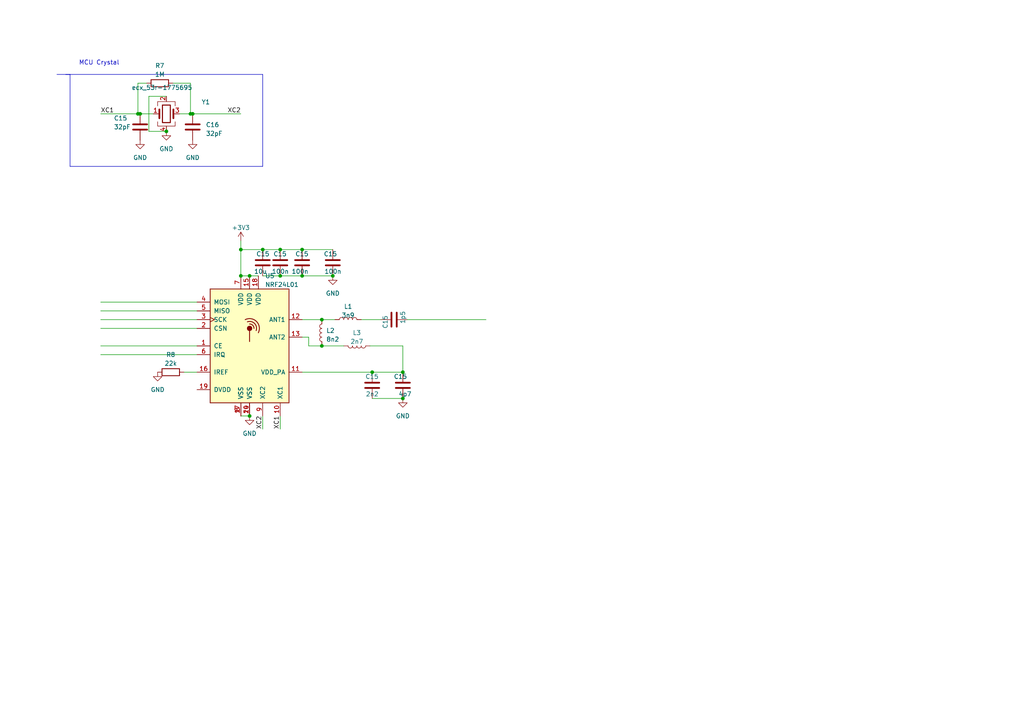
<source format=kicad_sch>
(kicad_sch (version 20230121) (generator eeschema)

  (uuid 5a5710a7-b502-43e5-83c5-28ee8fdef423)

  (paper "A4")

  (lib_symbols
    (symbol "Device:C" (pin_numbers hide) (pin_names (offset 0.254)) (in_bom yes) (on_board yes)
      (property "Reference" "C" (at 0.635 2.54 0)
        (effects (font (size 1.27 1.27)) (justify left))
      )
      (property "Value" "C" (at 0.635 -2.54 0)
        (effects (font (size 1.27 1.27)) (justify left))
      )
      (property "Footprint" "" (at 0.9652 -3.81 0)
        (effects (font (size 1.27 1.27)) hide)
      )
      (property "Datasheet" "~" (at 0 0 0)
        (effects (font (size 1.27 1.27)) hide)
      )
      (property "ki_keywords" "cap capacitor" (at 0 0 0)
        (effects (font (size 1.27 1.27)) hide)
      )
      (property "ki_description" "Unpolarized capacitor" (at 0 0 0)
        (effects (font (size 1.27 1.27)) hide)
      )
      (property "ki_fp_filters" "C_*" (at 0 0 0)
        (effects (font (size 1.27 1.27)) hide)
      )
      (symbol "C_0_1"
        (polyline
          (pts
            (xy -2.032 -0.762)
            (xy 2.032 -0.762)
          )
          (stroke (width 0.508) (type default))
          (fill (type none))
        )
        (polyline
          (pts
            (xy -2.032 0.762)
            (xy 2.032 0.762)
          )
          (stroke (width 0.508) (type default))
          (fill (type none))
        )
      )
      (symbol "C_1_1"
        (pin passive line (at 0 3.81 270) (length 2.794)
          (name "~" (effects (font (size 1.27 1.27))))
          (number "1" (effects (font (size 1.27 1.27))))
        )
        (pin passive line (at 0 -3.81 90) (length 2.794)
          (name "~" (effects (font (size 1.27 1.27))))
          (number "2" (effects (font (size 1.27 1.27))))
        )
      )
    )
    (symbol "Device:Crystal_GND24" (pin_names (offset 1.016) hide) (in_bom yes) (on_board yes)
      (property "Reference" "Y" (at 3.175 5.08 0)
        (effects (font (size 1.27 1.27)) (justify left))
      )
      (property "Value" "Crystal_GND24" (at 3.175 3.175 0)
        (effects (font (size 1.27 1.27)) (justify left))
      )
      (property "Footprint" "" (at 0 0 0)
        (effects (font (size 1.27 1.27)) hide)
      )
      (property "Datasheet" "~" (at 0 0 0)
        (effects (font (size 1.27 1.27)) hide)
      )
      (property "ki_keywords" "quartz ceramic resonator oscillator" (at 0 0 0)
        (effects (font (size 1.27 1.27)) hide)
      )
      (property "ki_description" "Four pin crystal, GND on pins 2 and 4" (at 0 0 0)
        (effects (font (size 1.27 1.27)) hide)
      )
      (property "ki_fp_filters" "Crystal*" (at 0 0 0)
        (effects (font (size 1.27 1.27)) hide)
      )
      (symbol "Crystal_GND24_0_1"
        (rectangle (start -1.143 2.54) (end 1.143 -2.54)
          (stroke (width 0.3048) (type default))
          (fill (type none))
        )
        (polyline
          (pts
            (xy -2.54 0)
            (xy -2.032 0)
          )
          (stroke (width 0) (type default))
          (fill (type none))
        )
        (polyline
          (pts
            (xy -2.032 -1.27)
            (xy -2.032 1.27)
          )
          (stroke (width 0.508) (type default))
          (fill (type none))
        )
        (polyline
          (pts
            (xy 0 -3.81)
            (xy 0 -3.556)
          )
          (stroke (width 0) (type default))
          (fill (type none))
        )
        (polyline
          (pts
            (xy 0 3.556)
            (xy 0 3.81)
          )
          (stroke (width 0) (type default))
          (fill (type none))
        )
        (polyline
          (pts
            (xy 2.032 -1.27)
            (xy 2.032 1.27)
          )
          (stroke (width 0.508) (type default))
          (fill (type none))
        )
        (polyline
          (pts
            (xy 2.032 0)
            (xy 2.54 0)
          )
          (stroke (width 0) (type default))
          (fill (type none))
        )
        (polyline
          (pts
            (xy -2.54 -2.286)
            (xy -2.54 -3.556)
            (xy 2.54 -3.556)
            (xy 2.54 -2.286)
          )
          (stroke (width 0) (type default))
          (fill (type none))
        )
        (polyline
          (pts
            (xy -2.54 2.286)
            (xy -2.54 3.556)
            (xy 2.54 3.556)
            (xy 2.54 2.286)
          )
          (stroke (width 0) (type default))
          (fill (type none))
        )
      )
      (symbol "Crystal_GND24_1_1"
        (pin passive line (at -3.81 0 0) (length 1.27)
          (name "1" (effects (font (size 1.27 1.27))))
          (number "1" (effects (font (size 1.27 1.27))))
        )
        (pin passive line (at 0 5.08 270) (length 1.27)
          (name "2" (effects (font (size 1.27 1.27))))
          (number "2" (effects (font (size 1.27 1.27))))
        )
        (pin passive line (at 3.81 0 180) (length 1.27)
          (name "3" (effects (font (size 1.27 1.27))))
          (number "3" (effects (font (size 1.27 1.27))))
        )
        (pin passive line (at 0 -5.08 90) (length 1.27)
          (name "4" (effects (font (size 1.27 1.27))))
          (number "4" (effects (font (size 1.27 1.27))))
        )
      )
    )
    (symbol "Device:L" (pin_numbers hide) (pin_names (offset 1.016) hide) (in_bom yes) (on_board yes)
      (property "Reference" "L" (at -1.27 0 90)
        (effects (font (size 1.27 1.27)))
      )
      (property "Value" "L" (at 1.905 0 90)
        (effects (font (size 1.27 1.27)))
      )
      (property "Footprint" "" (at 0 0 0)
        (effects (font (size 1.27 1.27)) hide)
      )
      (property "Datasheet" "~" (at 0 0 0)
        (effects (font (size 1.27 1.27)) hide)
      )
      (property "ki_keywords" "inductor choke coil reactor magnetic" (at 0 0 0)
        (effects (font (size 1.27 1.27)) hide)
      )
      (property "ki_description" "Inductor" (at 0 0 0)
        (effects (font (size 1.27 1.27)) hide)
      )
      (property "ki_fp_filters" "Choke_* *Coil* Inductor_* L_*" (at 0 0 0)
        (effects (font (size 1.27 1.27)) hide)
      )
      (symbol "L_0_1"
        (arc (start 0 -2.54) (mid 0.6323 -1.905) (end 0 -1.27)
          (stroke (width 0) (type default))
          (fill (type none))
        )
        (arc (start 0 -1.27) (mid 0.6323 -0.635) (end 0 0)
          (stroke (width 0) (type default))
          (fill (type none))
        )
        (arc (start 0 0) (mid 0.6323 0.635) (end 0 1.27)
          (stroke (width 0) (type default))
          (fill (type none))
        )
        (arc (start 0 1.27) (mid 0.6323 1.905) (end 0 2.54)
          (stroke (width 0) (type default))
          (fill (type none))
        )
      )
      (symbol "L_1_1"
        (pin passive line (at 0 3.81 270) (length 1.27)
          (name "1" (effects (font (size 1.27 1.27))))
          (number "1" (effects (font (size 1.27 1.27))))
        )
        (pin passive line (at 0 -3.81 90) (length 1.27)
          (name "2" (effects (font (size 1.27 1.27))))
          (number "2" (effects (font (size 1.27 1.27))))
        )
      )
    )
    (symbol "Device:R" (pin_numbers hide) (pin_names (offset 0)) (in_bom yes) (on_board yes)
      (property "Reference" "R" (at 2.032 0 90)
        (effects (font (size 1.27 1.27)))
      )
      (property "Value" "R" (at 0 0 90)
        (effects (font (size 1.27 1.27)))
      )
      (property "Footprint" "" (at -1.778 0 90)
        (effects (font (size 1.27 1.27)) hide)
      )
      (property "Datasheet" "~" (at 0 0 0)
        (effects (font (size 1.27 1.27)) hide)
      )
      (property "ki_keywords" "R res resistor" (at 0 0 0)
        (effects (font (size 1.27 1.27)) hide)
      )
      (property "ki_description" "Resistor" (at 0 0 0)
        (effects (font (size 1.27 1.27)) hide)
      )
      (property "ki_fp_filters" "R_*" (at 0 0 0)
        (effects (font (size 1.27 1.27)) hide)
      )
      (symbol "R_0_1"
        (rectangle (start -1.016 -2.54) (end 1.016 2.54)
          (stroke (width 0.254) (type default))
          (fill (type none))
        )
      )
      (symbol "R_1_1"
        (pin passive line (at 0 3.81 270) (length 1.27)
          (name "~" (effects (font (size 1.27 1.27))))
          (number "1" (effects (font (size 1.27 1.27))))
        )
        (pin passive line (at 0 -3.81 90) (length 1.27)
          (name "~" (effects (font (size 1.27 1.27))))
          (number "2" (effects (font (size 1.27 1.27))))
        )
      )
    )
    (symbol "RF:NRF24L01" (pin_names (offset 1.016)) (in_bom yes) (on_board yes)
      (property "Reference" "U5" (at 4.4959 20.32 0)
        (effects (font (size 1.27 1.27)) (justify left))
      )
      (property "Value" "NRF24L01" (at 4.4959 17.78 0)
        (effects (font (size 1.27 1.27)) (justify left))
      )
      (property "Footprint" "Package_DFN_QFN:QFN-20-1EP_4x4mm_P0.5mm_EP2.5x2.5mm" (at 5.08 20.32 0)
        (effects (font (size 1.27 1.27) italic) (justify left) hide)
      )
      (property "Datasheet" "http://www.nordicsemi.com/eng/content/download/2730/34105/file/nRF24L01_Product_Specification_v2_0.pdf" (at 0 2.54 0)
        (effects (font (size 1.27 1.27)) hide)
      )
      (property "ki_keywords" "Low Power RF Transceiver" (at 0 0 0)
        (effects (font (size 1.27 1.27)) hide)
      )
      (property "ki_description" "Ultra low power 2.4GHz RF Transceiver, QFN-20" (at 0 0 0)
        (effects (font (size 1.27 1.27)) hide)
      )
      (property "ki_fp_filters" "QFN*4x4*0.5mm*" (at 0 0 0)
        (effects (font (size 1.27 1.27)) hide)
      )
      (symbol "NRF24L01_0_1"
        (rectangle (start -11.43 16.51) (end 11.43 -16.51)
          (stroke (width 0.254) (type default))
          (fill (type background))
        )
        (polyline
          (pts
            (xy 0 4.445)
            (xy 0 1.27)
          )
          (stroke (width 0.254) (type default))
          (fill (type none))
        )
        (circle (center 0 5.08) (radius 0.635)
          (stroke (width 0.254) (type default))
          (fill (type outline))
        )
        (arc (start 1.27 5.08) (mid 0.9071 5.9946) (end 0 6.35)
          (stroke (width 0.254) (type default))
          (fill (type none))
        )
        (arc (start 1.905 4.445) (mid 1.4313 6.5254) (end -0.635 6.985)
          (stroke (width 0.254) (type default))
          (fill (type none))
        )
        (rectangle (start 2.54 -16.51) (end 2.54 -16.51)
          (stroke (width 0) (type default))
          (fill (type none))
        )
        (arc (start 2.54 3.81) (mid 2.008 7.088) (end -1.27 7.62)
          (stroke (width 0.254) (type default))
          (fill (type none))
        )
      )
      (symbol "NRF24L01_1_1"
        (pin input line (at -15.24 0 0) (length 3.81)
          (name "CE" (effects (font (size 1.27 1.27))))
          (number "1" (effects (font (size 1.27 1.27))))
        )
        (pin passive line (at 8.89 -20.32 90) (length 3.81)
          (name "XC1" (effects (font (size 1.27 1.27))))
          (number "10" (effects (font (size 1.27 1.27))))
        )
        (pin power_out line (at 15.24 -7.62 180) (length 3.81)
          (name "VDD_PA" (effects (font (size 1.27 1.27))))
          (number "11" (effects (font (size 1.27 1.27))))
        )
        (pin passive line (at 15.24 7.62 180) (length 3.81)
          (name "ANT1" (effects (font (size 1.27 1.27))))
          (number "12" (effects (font (size 1.27 1.27))))
        )
        (pin passive line (at 15.24 2.54 180) (length 3.81)
          (name "ANT2" (effects (font (size 1.27 1.27))))
          (number "13" (effects (font (size 1.27 1.27))))
        )
        (pin power_in line (at 0 -20.32 90) (length 3.81)
          (name "VSS" (effects (font (size 1.27 1.27))))
          (number "14" (effects (font (size 1.27 1.27))))
        )
        (pin power_in line (at 0 20.32 270) (length 3.81)
          (name "VDD" (effects (font (size 1.27 1.27))))
          (number "15" (effects (font (size 1.27 1.27))))
        )
        (pin passive line (at -15.24 -7.62 0) (length 3.81)
          (name "IREF" (effects (font (size 1.27 1.27))))
          (number "16" (effects (font (size 1.27 1.27))))
        )
        (pin power_in line (at -2.54 -20.32 90) (length 3.81)
          (name "VSS" (effects (font (size 1.27 1.27))))
          (number "17" (effects (font (size 1.27 1.27))))
        )
        (pin power_in line (at 2.54 20.32 270) (length 3.81)
          (name "VDD" (effects (font (size 1.27 1.27))))
          (number "18" (effects (font (size 1.27 1.27))))
        )
        (pin power_out line (at -15.24 -12.7 0) (length 3.81)
          (name "DVDD" (effects (font (size 1.27 1.27))))
          (number "19" (effects (font (size 1.27 1.27))))
        )
        (pin input line (at -15.24 5.08 0) (length 3.81)
          (name "CSN" (effects (font (size 1.27 1.27))))
          (number "2" (effects (font (size 1.27 1.27))))
        )
        (pin power_in line (at 0 -20.32 90) (length 3.81)
          (name "VSS" (effects (font (size 1.27 1.27))))
          (number "20" (effects (font (size 1.27 1.27))))
        )
        (pin input clock (at -15.24 7.62 0) (length 3.81)
          (name "SCK" (effects (font (size 1.27 1.27))))
          (number "3" (effects (font (size 1.27 1.27))))
        )
        (pin input line (at -15.24 12.7 0) (length 3.81)
          (name "MOSI" (effects (font (size 1.27 1.27))))
          (number "4" (effects (font (size 1.27 1.27))))
        )
        (pin output line (at -15.24 10.16 0) (length 3.81)
          (name "MISO" (effects (font (size 1.27 1.27))))
          (number "5" (effects (font (size 1.27 1.27))))
        )
        (pin output line (at -15.24 -2.54 0) (length 3.81)
          (name "IRQ" (effects (font (size 1.27 1.27))))
          (number "6" (effects (font (size 1.27 1.27))))
        )
        (pin power_in line (at -2.54 20.32 270) (length 3.81)
          (name "VDD" (effects (font (size 1.27 1.27))))
          (number "7" (effects (font (size 1.27 1.27))))
        )
        (pin power_in line (at -2.54 -20.32 90) (length 3.81)
          (name "VSS" (effects (font (size 1.27 1.27))))
          (number "8" (effects (font (size 1.27 1.27))))
        )
        (pin passive line (at 3.81 -20.32 90) (length 3.81)
          (name "XC2" (effects (font (size 1.27 1.27))))
          (number "9" (effects (font (size 1.27 1.27))))
        )
      )
    )
    (symbol "power:+3V3" (power) (pin_names (offset 0)) (in_bom yes) (on_board yes)
      (property "Reference" "#PWR" (at 0 -3.81 0)
        (effects (font (size 1.27 1.27)) hide)
      )
      (property "Value" "+3V3" (at 0 3.556 0)
        (effects (font (size 1.27 1.27)))
      )
      (property "Footprint" "" (at 0 0 0)
        (effects (font (size 1.27 1.27)) hide)
      )
      (property "Datasheet" "" (at 0 0 0)
        (effects (font (size 1.27 1.27)) hide)
      )
      (property "ki_keywords" "global power" (at 0 0 0)
        (effects (font (size 1.27 1.27)) hide)
      )
      (property "ki_description" "Power symbol creates a global label with name \"+3V3\"" (at 0 0 0)
        (effects (font (size 1.27 1.27)) hide)
      )
      (symbol "+3V3_0_1"
        (polyline
          (pts
            (xy -0.762 1.27)
            (xy 0 2.54)
          )
          (stroke (width 0) (type default))
          (fill (type none))
        )
        (polyline
          (pts
            (xy 0 0)
            (xy 0 2.54)
          )
          (stroke (width 0) (type default))
          (fill (type none))
        )
        (polyline
          (pts
            (xy 0 2.54)
            (xy 0.762 1.27)
          )
          (stroke (width 0) (type default))
          (fill (type none))
        )
      )
      (symbol "+3V3_1_1"
        (pin power_in line (at 0 0 90) (length 0) hide
          (name "+3V3" (effects (font (size 1.27 1.27))))
          (number "1" (effects (font (size 1.27 1.27))))
        )
      )
    )
    (symbol "power:GND" (power) (pin_names (offset 0)) (in_bom yes) (on_board yes)
      (property "Reference" "#PWR" (at 0 -6.35 0)
        (effects (font (size 1.27 1.27)) hide)
      )
      (property "Value" "GND" (at 0 -3.81 0)
        (effects (font (size 1.27 1.27)))
      )
      (property "Footprint" "" (at 0 0 0)
        (effects (font (size 1.27 1.27)) hide)
      )
      (property "Datasheet" "" (at 0 0 0)
        (effects (font (size 1.27 1.27)) hide)
      )
      (property "ki_keywords" "global power" (at 0 0 0)
        (effects (font (size 1.27 1.27)) hide)
      )
      (property "ki_description" "Power symbol creates a global label with name \"GND\" , ground" (at 0 0 0)
        (effects (font (size 1.27 1.27)) hide)
      )
      (symbol "GND_0_1"
        (polyline
          (pts
            (xy 0 0)
            (xy 0 -1.27)
            (xy 1.27 -1.27)
            (xy 0 -2.54)
            (xy -1.27 -1.27)
            (xy 0 -1.27)
          )
          (stroke (width 0) (type default))
          (fill (type none))
        )
      )
      (symbol "GND_1_1"
        (pin power_in line (at 0 0 270) (length 0) hide
          (name "GND" (effects (font (size 1.27 1.27))))
          (number "1" (effects (font (size 1.27 1.27))))
        )
      )
    )
  )

  (junction (at 55.245 33.02) (diameter 0) (color 0 0 0 0)
    (uuid 07ef6d64-da0d-4ff5-8cd8-9e83ae6c3dea)
  )
  (junction (at 116.84 115.57) (diameter 0) (color 0 0 0 0)
    (uuid 29b81fd5-1f26-4df5-acde-cf50bfbdc778)
  )
  (junction (at 55.88 33.02) (diameter 0) (color 0 0 0 0)
    (uuid 44371718-8063-460f-8501-71cef52a30e1)
  )
  (junction (at 87.63 72.39) (diameter 0) (color 0 0 0 0)
    (uuid 5559f388-1be1-49db-b394-a565beae38d7)
  )
  (junction (at 81.28 80.01) (diameter 0) (color 0 0 0 0)
    (uuid 55bd6190-535d-4a87-959e-76060b8bd316)
  )
  (junction (at 40.64 33.02) (diameter 0) (color 0 0 0 0)
    (uuid 78fc4497-0244-415e-a89c-ace358fd05bf)
  )
  (junction (at 93.345 100.33) (diameter 0) (color 0 0 0 0)
    (uuid a4f9c8c6-a829-4afc-a244-f528c539fedf)
  )
  (junction (at 93.345 92.71) (diameter 0) (color 0 0 0 0)
    (uuid a629b792-a6ca-4aff-befc-a01abebc52ca)
  )
  (junction (at 81.28 72.39) (diameter 0) (color 0 0 0 0)
    (uuid a68e2845-0531-4e97-bbb0-f1ebaed6152a)
  )
  (junction (at 48.26 38.1) (diameter 0) (color 0 0 0 0)
    (uuid ab439939-2173-458e-850c-8e01aa96fc97)
  )
  (junction (at 69.85 72.39) (diameter 0) (color 0 0 0 0)
    (uuid b347cce4-978a-4fd1-9f7a-a07400e2f06b)
  )
  (junction (at 69.85 80.01) (diameter 0) (color 0 0 0 0)
    (uuid b6d83441-3fd2-4012-9b45-99d4bafd6543)
  )
  (junction (at 96.52 80.01) (diameter 0) (color 0 0 0 0)
    (uuid bad7dc1b-2ca1-47bc-905a-c7f337511a23)
  )
  (junction (at 72.39 120.65) (diameter 0) (color 0 0 0 0)
    (uuid c5ef5d1b-b902-4ca3-91cc-6d0e0b42113d)
  )
  (junction (at 107.95 107.95) (diameter 0) (color 0 0 0 0)
    (uuid cb9a9765-9a28-4a6c-871d-b2ecad1c8ef2)
  )
  (junction (at 87.63 80.01) (diameter 0) (color 0 0 0 0)
    (uuid d3f194bf-ef77-4dc5-a147-01a98cd1bf02)
  )
  (junction (at 76.2 72.39) (diameter 0) (color 0 0 0 0)
    (uuid ee93ba3d-f2b5-48b5-be3d-fd0165deb9b3)
  )
  (junction (at 116.84 107.95) (diameter 0) (color 0 0 0 0)
    (uuid f0dc791a-2549-4ccc-845f-74ab32977093)
  )
  (junction (at 40.005 33.02) (diameter 0) (color 0 0 0 0)
    (uuid f15942bd-c657-4ae4-807b-0a45df873387)
  )
  (junction (at 72.39 80.01) (diameter 0) (color 0 0 0 0)
    (uuid f56ef8d5-123c-4fa4-af86-47808967a7b9)
  )

  (bus_entry (at -56.515 124.46) (size 2.54 2.54)
    (stroke (width 0) (type default))
    (uuid 6fb4bdb4-1060-4769-b778-e0c0144e5669)
  )

  (wire (pts (xy 29.21 100.33) (xy 57.15 100.33))
    (stroke (width 0) (type default))
    (uuid 022b5f33-e949-4656-9a59-8153d1619246)
  )
  (wire (pts (xy 81.28 80.01) (xy 87.63 80.01))
    (stroke (width 0) (type default))
    (uuid 0254c82b-a388-4e5f-b09a-580f3b46223d)
  )
  (wire (pts (xy 43.18 27.94) (xy 43.18 38.1))
    (stroke (width 0) (type default))
    (uuid 034dc040-f02a-45f0-a20a-73a086f8c88d)
  )
  (wire (pts (xy 55.245 33.02) (xy 55.88 33.02))
    (stroke (width 0) (type default))
    (uuid 06babb1d-bf89-45b6-8991-33b82e0a3ba4)
  )
  (wire (pts (xy 69.85 69.85) (xy 69.85 72.39))
    (stroke (width 0) (type default))
    (uuid 0a431f19-a7bb-47d1-9590-fc32f69e8749)
  )
  (wire (pts (xy 52.07 33.02) (xy 55.245 33.02))
    (stroke (width 0) (type default))
    (uuid 0a820d4c-626e-4b3e-9e22-147d6df73fb5)
  )
  (wire (pts (xy 76.2 120.65) (xy 76.2 124.46))
    (stroke (width 0) (type default))
    (uuid 0e4c22b1-5a77-40e9-bed9-383122cfffea)
  )
  (wire (pts (xy 76.2 80.01) (xy 81.28 80.01))
    (stroke (width 0) (type default))
    (uuid 1150dd69-3211-4521-b353-39261d7d0288)
  )
  (wire (pts (xy 55.245 24.13) (xy 55.245 33.02))
    (stroke (width 0) (type default))
    (uuid 11baa641-1bd8-412a-8113-830910077673)
  )
  (wire (pts (xy 93.345 100.33) (xy 99.695 100.33))
    (stroke (width 0) (type default))
    (uuid 217500ec-097d-47c4-bdce-8f9a60efaf02)
  )
  (wire (pts (xy 107.95 107.95) (xy 116.84 107.95))
    (stroke (width 0) (type default))
    (uuid 246eaf30-bf62-48b4-88ee-101e4e5c0f45)
  )
  (wire (pts (xy 87.63 80.01) (xy 96.52 80.01))
    (stroke (width 0) (type default))
    (uuid 24927288-786e-44a1-80d3-0fa64bfc31c1)
  )
  (wire (pts (xy 29.21 87.63) (xy 57.15 87.63))
    (stroke (width 0) (type default))
    (uuid 274a6e19-0a8e-4bd9-9897-fb16720d8e0b)
  )
  (wire (pts (xy 50.165 24.13) (xy 55.245 24.13))
    (stroke (width 0) (type default))
    (uuid 2870fad1-8083-4862-89f2-f6181bb1a65d)
  )
  (wire (pts (xy 40.005 33.02) (xy 40.64 33.02))
    (stroke (width 0) (type default))
    (uuid 2d927b3f-f242-46fd-a075-3abf3f16c00c)
  )
  (polyline (pts (xy 20.32 48.26) (xy 76.2 48.26))
    (stroke (width 0) (type default))
    (uuid 34eccff2-7977-4e85-a285-193c00a9e172)
  )

  (wire (pts (xy 43.18 27.94) (xy 48.26 27.94))
    (stroke (width 0) (type default))
    (uuid 3730f044-a987-4b12-91c2-90f8f0179324)
  )
  (wire (pts (xy 89.535 100.33) (xy 93.345 100.33))
    (stroke (width 0) (type default))
    (uuid 3e22f61b-9e79-435d-b807-8310ab6e2675)
  )
  (wire (pts (xy 29.21 33.02) (xy 40.005 33.02))
    (stroke (width 0) (type default))
    (uuid 43090f7f-5598-4268-a3b6-19c0235f6fc3)
  )
  (wire (pts (xy 43.18 38.1) (xy 48.26 38.1))
    (stroke (width 0) (type default))
    (uuid 45d97f97-cc9b-41de-8c9c-6adfb751cea0)
  )
  (wire (pts (xy 87.63 92.71) (xy 93.345 92.71))
    (stroke (width 0) (type default))
    (uuid 465a08bf-9d81-4a74-87a2-6d4415221958)
  )
  (wire (pts (xy 29.21 92.71) (xy 57.15 92.71))
    (stroke (width 0) (type default))
    (uuid 46918eed-4b32-4051-a77c-c8cf6bc94f59)
  )
  (wire (pts (xy 40.005 24.13) (xy 40.005 33.02))
    (stroke (width 0) (type default))
    (uuid 4752da89-0227-4894-84e1-6740895929cf)
  )
  (wire (pts (xy 29.21 102.87) (xy 57.15 102.87))
    (stroke (width 0) (type default))
    (uuid 4c0a18fd-3d4c-478a-98a3-08785e34892a)
  )
  (wire (pts (xy 72.39 80.01) (xy 74.93 80.01))
    (stroke (width 0) (type default))
    (uuid 52e3a474-f2b6-4c79-9064-894869ed3ced)
  )
  (wire (pts (xy 87.63 97.79) (xy 89.535 97.79))
    (stroke (width 0) (type default))
    (uuid 54a203b2-046d-43d9-a3e8-a1f956315213)
  )
  (polyline (pts (xy 20.32 21.59) (xy 20.32 48.26))
    (stroke (width 0) (type default))
    (uuid 5915f97c-1a40-4ac7-b703-da1f8de1c437)
  )

  (wire (pts (xy 81.28 72.39) (xy 87.63 72.39))
    (stroke (width 0) (type default))
    (uuid 5a1fac5c-7a68-4f97-96ab-0af5ae7c75fc)
  )
  (wire (pts (xy 104.775 92.71) (xy 110.49 92.71))
    (stroke (width 0) (type default))
    (uuid 5ec47bee-d01a-45e9-85b9-d9941175ce94)
  )
  (wire (pts (xy 29.21 95.25) (xy 57.15 95.25))
    (stroke (width 0) (type default))
    (uuid 5f4d5249-1409-4ce3-b6cc-f58a10dfc24d)
  )
  (polyline (pts (xy 76.2 21.59) (xy 76.2 48.26))
    (stroke (width 0) (type default))
    (uuid 63e443bb-e099-418d-9aee-11a6b824d7b0)
  )

  (wire (pts (xy 107.315 100.33) (xy 116.84 100.33))
    (stroke (width 0) (type default))
    (uuid 67843438-4b26-4a6e-91b7-a80b5c1121b1)
  )
  (wire (pts (xy 40.005 24.13) (xy 42.545 24.13))
    (stroke (width 0) (type default))
    (uuid 6931858a-7fdf-49a4-8167-6d5c60cb19e4)
  )
  (wire (pts (xy 87.63 107.95) (xy 107.95 107.95))
    (stroke (width 0) (type default))
    (uuid 7be7e2bd-8b66-4d58-abca-cdf0141f9605)
  )
  (wire (pts (xy 29.21 90.17) (xy 57.15 90.17))
    (stroke (width 0) (type default))
    (uuid 7f45713e-6a42-4a90-8ca5-fc5359f8e5c5)
  )
  (wire (pts (xy 69.85 72.39) (xy 76.2 72.39))
    (stroke (width 0) (type default))
    (uuid 88ebd4c0-c691-4877-99c2-5425d3c2a2a2)
  )
  (polyline (pts (xy 19.05 21.59) (xy 20.32 21.59))
    (stroke (width 0) (type default))
    (uuid 88fafe57-7658-4fe8-b562-a5f27f30935e)
  )

  (wire (pts (xy 69.85 72.39) (xy 69.85 80.01))
    (stroke (width 0) (type default))
    (uuid 8f5d614a-3282-4809-b8bb-db1f8123a854)
  )
  (wire (pts (xy 76.2 72.39) (xy 81.28 72.39))
    (stroke (width 0) (type default))
    (uuid a01f8f09-be12-4b35-8255-3d4ac6f533a1)
  )
  (wire (pts (xy 69.85 80.01) (xy 72.39 80.01))
    (stroke (width 0) (type default))
    (uuid a340cf5e-4d37-465a-89fd-81b9c63695e1)
  )
  (wire (pts (xy 53.34 107.95) (xy 57.15 107.95))
    (stroke (width 0) (type default))
    (uuid a8d6867e-ff84-4533-8edc-cf9174e2aa35)
  )
  (wire (pts (xy 40.64 33.02) (xy 44.45 33.02))
    (stroke (width 0) (type default))
    (uuid b338c4bc-503c-47e0-8c52-78b3cd7de207)
  )
  (wire (pts (xy 89.535 97.79) (xy 89.535 100.33))
    (stroke (width 0) (type default))
    (uuid b33aaf15-c1fc-4ec3-97cf-e301136df0d3)
  )
  (wire (pts (xy 81.28 124.46) (xy 81.28 120.65))
    (stroke (width 0) (type default))
    (uuid b6b955a9-0d71-4847-8abe-16455eb35351)
  )
  (wire (pts (xy 87.63 72.39) (xy 96.52 72.39))
    (stroke (width 0) (type default))
    (uuid bab3ef12-5963-42b3-a347-88cd13f34fb8)
  )
  (wire (pts (xy 116.84 100.33) (xy 116.84 107.95))
    (stroke (width 0) (type default))
    (uuid c1463e41-04a9-4ce3-a64c-1531265ad0fe)
  )
  (wire (pts (xy 118.11 92.71) (xy 140.97 92.71))
    (stroke (width 0) (type default))
    (uuid c33a6bf5-8b6b-44b5-87fe-86197b27f0f0)
  )
  (wire (pts (xy 69.85 120.65) (xy 72.39 120.65))
    (stroke (width 0) (type default))
    (uuid ccbc023f-763e-48b0-8aa9-f79b65ab675f)
  )
  (polyline (pts (xy 16.51 21.59) (xy 76.2 21.59))
    (stroke (width 0) (type default))
    (uuid d7ccfdac-5120-4dfb-9105-8980c36d14f1)
  )

  (wire (pts (xy 107.95 115.57) (xy 116.84 115.57))
    (stroke (width 0) (type default))
    (uuid df604d45-f2c6-487b-9ca9-5afd5519358b)
  )
  (wire (pts (xy 93.345 92.71) (xy 97.155 92.71))
    (stroke (width 0) (type default))
    (uuid e5081ce2-77bd-437a-ad29-e8414d23a7c1)
  )
  (wire (pts (xy 55.88 33.02) (xy 69.85 33.02))
    (stroke (width 0) (type default))
    (uuid f0582af2-11dd-4957-b43a-3e230f02105b)
  )

  (text "MCU Crystal\n" (at 22.86 19.05 0)
    (effects (font (size 1.27 1.27)) (justify left bottom))
    (uuid b9d94566-1a8c-4278-819c-64abeb0a0a45)
  )

  (label "XC2" (at 76.2 124.46 90) (fields_autoplaced)
    (effects (font (size 1.27 1.27)) (justify left bottom))
    (uuid 1c31432c-be29-4102-8fc3-edb8d4e509ef)
  )
  (label "XC2" (at 69.85 33.02 180) (fields_autoplaced)
    (effects (font (size 1.27 1.27)) (justify right bottom))
    (uuid 5c3de5fa-07b4-41b0-9107-3f7a940965d4)
  )
  (label "XC1" (at 29.21 33.02 0) (fields_autoplaced)
    (effects (font (size 1.27 1.27)) (justify left bottom))
    (uuid d147377a-d1ca-4c1f-b44b-69afe09ade6f)
  )
  (label "XC1" (at 81.28 124.46 90) (fields_autoplaced)
    (effects (font (size 1.27 1.27)) (justify left bottom))
    (uuid d938ed95-a933-4eef-b05c-65d9b1bc4f10)
  )

  (symbol (lib_id "Device:L") (at 100.965 92.71 90) (unit 1)
    (in_bom yes) (on_board yes) (dnp no) (fields_autoplaced)
    (uuid 0536e2d9-7d9f-4f74-9e95-6c5f936a657e)
    (property "Reference" "L1" (at 100.965 88.9 90)
      (effects (font (size 1.27 1.27)))
    )
    (property "Value" "3n9" (at 100.965 91.44 90)
      (effects (font (size 1.27 1.27)))
    )
    (property "Footprint" "Inductor_SMD:L_0402_1005Metric" (at 100.965 92.71 0)
      (effects (font (size 1.27 1.27)) hide)
    )
    (property "Datasheet" "~" (at 100.965 92.71 0)
      (effects (font (size 1.27 1.27)) hide)
    )
    (pin "1" (uuid dbb904f8-0b00-43bc-8163-9410148f3c80))
    (pin "2" (uuid cfb04058-aff2-44b1-ab2f-921778ed87a7))
    (instances
      (project "pico_design"
        (path "/17872092-7795-4502-b527-e1eb5ee5ecd6/7be06054-2796-4973-9ce4-be892d6e0f7b"
          (reference "L1") (unit 1)
        )
      )
    )
  )

  (symbol (lib_id "Device:C") (at 96.52 76.2 0) (mirror y) (unit 1)
    (in_bom yes) (on_board yes) (dnp no)
    (uuid 0b1dda37-738b-4fb9-9340-1c707e720a9a)
    (property "Reference" "C15" (at 97.79 73.66 0)
      (effects (font (size 1.27 1.27)) (justify left))
    )
    (property "Value" "100n" (at 99.06 78.74 0)
      (effects (font (size 1.27 1.27)) (justify left))
    )
    (property "Footprint" "Capacitor_SMD:C_0402_1005Metric" (at 95.5548 80.01 0)
      (effects (font (size 1.27 1.27)) hide)
    )
    (property "Datasheet" "~" (at 96.52 76.2 0)
      (effects (font (size 1.27 1.27)) hide)
    )
    (pin "1" (uuid 4ca3d22f-a093-41ca-b14f-a9b084301f0f))
    (pin "2" (uuid c849cf51-e01d-4a67-bed8-7e1bee65c4f0))
    (instances
      (project "pico_design"
        (path "/17872092-7795-4502-b527-e1eb5ee5ecd6"
          (reference "C15") (unit 1)
        )
        (path "/17872092-7795-4502-b527-e1eb5ee5ecd6/7be06054-2796-4973-9ce4-be892d6e0f7b"
          (reference "C22") (unit 1)
        )
      )
    )
  )

  (symbol (lib_id "power:GND") (at 45.72 107.95 0) (unit 1)
    (in_bom yes) (on_board yes) (dnp no) (fields_autoplaced)
    (uuid 0f29105d-5544-4ecc-bfd1-53be9231e1a9)
    (property "Reference" "#PWR028" (at 45.72 114.3 0)
      (effects (font (size 1.27 1.27)) hide)
    )
    (property "Value" "GND" (at 45.72 113.03 0)
      (effects (font (size 1.27 1.27)))
    )
    (property "Footprint" "" (at 45.72 107.95 0)
      (effects (font (size 1.27 1.27)) hide)
    )
    (property "Datasheet" "" (at 45.72 107.95 0)
      (effects (font (size 1.27 1.27)) hide)
    )
    (pin "1" (uuid 3fde0101-5e36-49c8-a771-4ab8025552ce))
    (instances
      (project "pico_design"
        (path "/17872092-7795-4502-b527-e1eb5ee5ecd6"
          (reference "#PWR028") (unit 1)
        )
        (path "/17872092-7795-4502-b527-e1eb5ee5ecd6/7be06054-2796-4973-9ce4-be892d6e0f7b"
          (reference "#PWR035") (unit 1)
        )
      )
    )
  )

  (symbol (lib_id "power:GND") (at 40.64 40.64 0) (mirror y) (unit 1)
    (in_bom yes) (on_board yes) (dnp no) (fields_autoplaced)
    (uuid 20de68a3-300e-4778-a5a0-428e17776bd9)
    (property "Reference" "#PWR022" (at 40.64 46.99 0)
      (effects (font (size 1.27 1.27)) hide)
    )
    (property "Value" "GND" (at 40.64 45.72 0)
      (effects (font (size 1.27 1.27)))
    )
    (property "Footprint" "" (at 40.64 40.64 0)
      (effects (font (size 1.27 1.27)) hide)
    )
    (property "Datasheet" "" (at 40.64 40.64 0)
      (effects (font (size 1.27 1.27)) hide)
    )
    (pin "1" (uuid 4a8f6409-7f05-4cf0-8a92-935c60fd63cb))
    (instances
      (project "pico_design"
        (path "/17872092-7795-4502-b527-e1eb5ee5ecd6"
          (reference "#PWR022") (unit 1)
        )
        (path "/17872092-7795-4502-b527-e1eb5ee5ecd6/7be06054-2796-4973-9ce4-be892d6e0f7b"
          (reference "#PWR029") (unit 1)
        )
      )
    )
  )

  (symbol (lib_id "Device:Crystal_GND24") (at 48.26 33.02 0) (unit 1)
    (in_bom yes) (on_board yes) (dnp no)
    (uuid 27b30969-1f75-4f1e-8b9d-5b8695fd9904)
    (property "Reference" "Y1" (at 59.69 29.5911 0)
      (effects (font (size 1.27 1.27)))
    )
    (property "Value" "ecx_53r-1775695" (at 46.99 25.4 0)
      (effects (font (size 1.27 1.27)))
    )
    (property "Footprint" "" (at 48.26 33.02 0)
      (effects (font (size 1.27 1.27)) hide)
    )
    (property "Datasheet" "~" (at 48.26 33.02 0)
      (effects (font (size 1.27 1.27)) hide)
    )
    (pin "1" (uuid 37acb601-287f-469e-a01b-97c7332f3717))
    (pin "2" (uuid db399587-9d54-45c8-b12c-8932622e8f98))
    (pin "3" (uuid 8f3b2177-4363-457a-a623-fb938dbcbe40))
    (pin "4" (uuid 457d1353-3d8c-471e-86a6-f638f1f399d3))
    (instances
      (project "pico_design"
        (path "/17872092-7795-4502-b527-e1eb5ee5ecd6"
          (reference "Y1") (unit 1)
        )
        (path "/17872092-7795-4502-b527-e1eb5ee5ecd6/7be06054-2796-4973-9ce4-be892d6e0f7b"
          (reference "Y2") (unit 1)
        )
      )
    )
  )

  (symbol (lib_id "power:GND") (at 72.39 120.65 0) (unit 1)
    (in_bom yes) (on_board yes) (dnp no) (fields_autoplaced)
    (uuid 27b7728c-05d4-446b-9f85-c010a26a3ab1)
    (property "Reference" "#PWR028" (at 72.39 127 0)
      (effects (font (size 1.27 1.27)) hide)
    )
    (property "Value" "GND" (at 72.39 125.73 0)
      (effects (font (size 1.27 1.27)))
    )
    (property "Footprint" "" (at 72.39 120.65 0)
      (effects (font (size 1.27 1.27)) hide)
    )
    (property "Datasheet" "" (at 72.39 120.65 0)
      (effects (font (size 1.27 1.27)) hide)
    )
    (pin "1" (uuid 16819e37-05f3-438e-b210-9f021bc5ebae))
    (instances
      (project "pico_design"
        (path "/17872092-7795-4502-b527-e1eb5ee5ecd6"
          (reference "#PWR028") (unit 1)
        )
        (path "/17872092-7795-4502-b527-e1eb5ee5ecd6/7be06054-2796-4973-9ce4-be892d6e0f7b"
          (reference "#PWR028") (unit 1)
        )
      )
    )
  )

  (symbol (lib_id "Device:C") (at 81.28 76.2 0) (mirror y) (unit 1)
    (in_bom yes) (on_board yes) (dnp no)
    (uuid 291c9eca-31bc-48ad-84cf-8556d5eee6cf)
    (property "Reference" "C15" (at 83.185 73.66 0)
      (effects (font (size 1.27 1.27)) (justify left))
    )
    (property "Value" "100n" (at 83.82 78.74 0)
      (effects (font (size 1.27 1.27)) (justify left))
    )
    (property "Footprint" "Capacitor_SMD:C_0402_1005Metric" (at 80.3148 80.01 0)
      (effects (font (size 1.27 1.27)) hide)
    )
    (property "Datasheet" "~" (at 81.28 76.2 0)
      (effects (font (size 1.27 1.27)) hide)
    )
    (pin "1" (uuid 9c6a8d5f-7205-465d-a509-57a82768acfb))
    (pin "2" (uuid 2dcf3b00-7ebb-489e-b597-a2c3234dd9a2))
    (instances
      (project "pico_design"
        (path "/17872092-7795-4502-b527-e1eb5ee5ecd6"
          (reference "C15") (unit 1)
        )
        (path "/17872092-7795-4502-b527-e1eb5ee5ecd6/7be06054-2796-4973-9ce4-be892d6e0f7b"
          (reference "C20") (unit 1)
        )
      )
    )
  )

  (symbol (lib_id "Device:C") (at 55.88 36.83 0) (unit 1)
    (in_bom yes) (on_board yes) (dnp no) (fields_autoplaced)
    (uuid 2943f6f1-1e13-42f5-96a2-7fab2caa4644)
    (property "Reference" "C16" (at 59.69 36.195 0)
      (effects (font (size 1.27 1.27)) (justify left))
    )
    (property "Value" "32pF" (at 59.69 38.735 0)
      (effects (font (size 1.27 1.27)) (justify left))
    )
    (property "Footprint" "" (at 56.8452 40.64 0)
      (effects (font (size 1.27 1.27)) hide)
    )
    (property "Datasheet" "~" (at 55.88 36.83 0)
      (effects (font (size 1.27 1.27)) hide)
    )
    (pin "1" (uuid a7a2631c-799b-43b8-8835-95439b833be2))
    (pin "2" (uuid 639f6eb5-6897-40c0-a29f-43f72695cc73))
    (instances
      (project "pico_design"
        (path "/17872092-7795-4502-b527-e1eb5ee5ecd6"
          (reference "C16") (unit 1)
        )
        (path "/17872092-7795-4502-b527-e1eb5ee5ecd6/7be06054-2796-4973-9ce4-be892d6e0f7b"
          (reference "C18") (unit 1)
        )
      )
    )
  )

  (symbol (lib_id "Device:C") (at 76.2 76.2 0) (unit 1)
    (in_bom yes) (on_board yes) (dnp no)
    (uuid 2a1d43f0-3ba8-4533-8311-c95db474cab2)
    (property "Reference" "C15" (at 74.295 73.66 0)
      (effects (font (size 1.27 1.27)) (justify left))
    )
    (property "Value" "10u" (at 73.66 78.74 0)
      (effects (font (size 1.27 1.27)) (justify left))
    )
    (property "Footprint" "Capacitor_SMD:C_0603_1608Metric" (at 77.1652 80.01 0)
      (effects (font (size 1.27 1.27)) hide)
    )
    (property "Datasheet" "~" (at 76.2 76.2 0)
      (effects (font (size 1.27 1.27)) hide)
    )
    (pin "1" (uuid 81183527-5466-4de9-a70a-75724f13088b))
    (pin "2" (uuid 41d350d8-e223-4c71-a674-4253a476259a))
    (instances
      (project "pico_design"
        (path "/17872092-7795-4502-b527-e1eb5ee5ecd6"
          (reference "C15") (unit 1)
        )
        (path "/17872092-7795-4502-b527-e1eb5ee5ecd6/7be06054-2796-4973-9ce4-be892d6e0f7b"
          (reference "C19") (unit 1)
        )
      )
    )
  )

  (symbol (lib_id "Device:C") (at 107.95 111.76 0) (mirror y) (unit 1)
    (in_bom yes) (on_board yes) (dnp no)
    (uuid 6a1a7b5c-5176-446c-bacd-28d46d24e161)
    (property "Reference" "C15" (at 109.855 109.22 0)
      (effects (font (size 1.27 1.27)) (justify left))
    )
    (property "Value" "2n2" (at 109.855 114.3 0)
      (effects (font (size 1.27 1.27)) (justify left))
    )
    (property "Footprint" "Capacitor_SMD:C_0402_1005Metric" (at 106.9848 115.57 0)
      (effects (font (size 1.27 1.27)) hide)
    )
    (property "Datasheet" "~" (at 107.95 111.76 0)
      (effects (font (size 1.27 1.27)) hide)
    )
    (pin "1" (uuid c3b3dfba-a0e5-4932-9d2f-f9acd8a5a94d))
    (pin "2" (uuid 0990fbb3-21b2-4c22-b637-57ba506e88d7))
    (instances
      (project "pico_design"
        (path "/17872092-7795-4502-b527-e1eb5ee5ecd6"
          (reference "C15") (unit 1)
        )
        (path "/17872092-7795-4502-b527-e1eb5ee5ecd6/7be06054-2796-4973-9ce4-be892d6e0f7b"
          (reference "C24") (unit 1)
        )
      )
    )
  )

  (symbol (lib_id "Device:L") (at 93.345 96.52 180) (unit 1)
    (in_bom yes) (on_board yes) (dnp no) (fields_autoplaced)
    (uuid 6a66a739-d7f8-445c-b534-13821f47b427)
    (property "Reference" "L2" (at 94.615 95.885 0)
      (effects (font (size 1.27 1.27)) (justify right))
    )
    (property "Value" "8n2" (at 94.615 98.425 0)
      (effects (font (size 1.27 1.27)) (justify right))
    )
    (property "Footprint" "Inductor_SMD:L_0402_1005Metric" (at 93.345 96.52 0)
      (effects (font (size 1.27 1.27)) hide)
    )
    (property "Datasheet" "~" (at 93.345 96.52 0)
      (effects (font (size 1.27 1.27)) hide)
    )
    (pin "1" (uuid eaf752d9-055a-4f64-b35d-8a111a69c70c))
    (pin "2" (uuid c9647a93-6c95-43ea-bd42-4abe7819b8ae))
    (instances
      (project "pico_design"
        (path "/17872092-7795-4502-b527-e1eb5ee5ecd6/7be06054-2796-4973-9ce4-be892d6e0f7b"
          (reference "L2") (unit 1)
        )
      )
    )
  )

  (symbol (lib_id "power:+3V3") (at 69.85 69.85 0) (unit 1)
    (in_bom yes) (on_board yes) (dnp no) (fields_autoplaced)
    (uuid 737cff5c-477a-4ba1-8f2e-b36d24133067)
    (property "Reference" "#PWR02" (at 69.85 73.66 0)
      (effects (font (size 1.27 1.27)) hide)
    )
    (property "Value" "+3V3" (at 69.85 66.04 0)
      (effects (font (size 1.27 1.27)))
    )
    (property "Footprint" "" (at 69.85 69.85 0)
      (effects (font (size 1.27 1.27)) hide)
    )
    (property "Datasheet" "" (at 69.85 69.85 0)
      (effects (font (size 1.27 1.27)) hide)
    )
    (pin "1" (uuid 3d694c02-8f38-4364-985c-7aa5f919e8a0))
    (instances
      (project "pico_design"
        (path "/17872092-7795-4502-b527-e1eb5ee5ecd6"
          (reference "#PWR02") (unit 1)
        )
        (path "/17872092-7795-4502-b527-e1eb5ee5ecd6/7be06054-2796-4973-9ce4-be892d6e0f7b"
          (reference "#PWR032") (unit 1)
        )
      )
    )
  )

  (symbol (lib_id "power:GND") (at 55.88 40.64 0) (mirror y) (unit 1)
    (in_bom yes) (on_board yes) (dnp no) (fields_autoplaced)
    (uuid 7a6d9c28-9385-46c2-96b0-4d0f14d97d6c)
    (property "Reference" "#PWR024" (at 55.88 46.99 0)
      (effects (font (size 1.27 1.27)) hide)
    )
    (property "Value" "GND" (at 55.88 45.72 0)
      (effects (font (size 1.27 1.27)))
    )
    (property "Footprint" "" (at 55.88 40.64 0)
      (effects (font (size 1.27 1.27)) hide)
    )
    (property "Datasheet" "" (at 55.88 40.64 0)
      (effects (font (size 1.27 1.27)) hide)
    )
    (pin "1" (uuid 4d9430c2-46f7-4226-b531-0da3ac446ec3))
    (instances
      (project "pico_design"
        (path "/17872092-7795-4502-b527-e1eb5ee5ecd6"
          (reference "#PWR024") (unit 1)
        )
        (path "/17872092-7795-4502-b527-e1eb5ee5ecd6/7be06054-2796-4973-9ce4-be892d6e0f7b"
          (reference "#PWR031") (unit 1)
        )
      )
    )
  )

  (symbol (lib_id "Device:L") (at 103.505 100.33 270) (unit 1)
    (in_bom yes) (on_board yes) (dnp no) (fields_autoplaced)
    (uuid 7b04f297-f285-4b75-90f1-6e8c86bdbb5d)
    (property "Reference" "L3" (at 103.505 96.52 90)
      (effects (font (size 1.27 1.27)))
    )
    (property "Value" "2n7" (at 103.505 99.06 90)
      (effects (font (size 1.27 1.27)))
    )
    (property "Footprint" "Inductor_SMD:L_0402_1005Metric" (at 103.505 100.33 0)
      (effects (font (size 1.27 1.27)) hide)
    )
    (property "Datasheet" "~" (at 103.505 100.33 0)
      (effects (font (size 1.27 1.27)) hide)
    )
    (pin "1" (uuid 6a7765a1-4953-446f-b72c-b5816efcab55))
    (pin "2" (uuid c2a0788b-de41-4cc1-a423-9d3cc4600e43))
    (instances
      (project "pico_design"
        (path "/17872092-7795-4502-b527-e1eb5ee5ecd6/7be06054-2796-4973-9ce4-be892d6e0f7b"
          (reference "L3") (unit 1)
        )
      )
    )
  )

  (symbol (lib_id "Device:C") (at 114.3 92.71 90) (mirror x) (unit 1)
    (in_bom yes) (on_board yes) (dnp no)
    (uuid 7ff22947-aa87-4712-8add-1944ecb81d6d)
    (property "Reference" "C15" (at 111.76 91.44 0)
      (effects (font (size 1.27 1.27)) (justify left))
    )
    (property "Value" "1p5" (at 116.84 90.17 0)
      (effects (font (size 1.27 1.27)) (justify left))
    )
    (property "Footprint" "Capacitor_SMD:C_0402_1005Metric" (at 118.11 93.6752 0)
      (effects (font (size 1.27 1.27)) hide)
    )
    (property "Datasheet" "~" (at 114.3 92.71 0)
      (effects (font (size 1.27 1.27)) hide)
    )
    (pin "1" (uuid ce43c21d-f4ff-4eeb-b79d-6aee26fc3406))
    (pin "2" (uuid 6f05509f-b1f7-40e1-a15c-c51816e56295))
    (instances
      (project "pico_design"
        (path "/17872092-7795-4502-b527-e1eb5ee5ecd6"
          (reference "C15") (unit 1)
        )
        (path "/17872092-7795-4502-b527-e1eb5ee5ecd6/7be06054-2796-4973-9ce4-be892d6e0f7b"
          (reference "C23") (unit 1)
        )
      )
    )
  )

  (symbol (lib_id "Device:C") (at 40.64 36.83 0) (unit 1)
    (in_bom yes) (on_board yes) (dnp no)
    (uuid 84c7742d-aaf6-488c-866c-663f8e970b91)
    (property "Reference" "C15" (at 33.02 34.29 0)
      (effects (font (size 1.27 1.27)) (justify left))
    )
    (property "Value" "32pF" (at 33.02 36.83 0)
      (effects (font (size 1.27 1.27)) (justify left))
    )
    (property "Footprint" "" (at 41.6052 40.64 0)
      (effects (font (size 1.27 1.27)) hide)
    )
    (property "Datasheet" "~" (at 40.64 36.83 0)
      (effects (font (size 1.27 1.27)) hide)
    )
    (pin "1" (uuid e5bdde0e-a359-4f3e-bd88-3c013e85ae66))
    (pin "2" (uuid fe2b5833-434d-4858-86c4-6fd78edbc629))
    (instances
      (project "pico_design"
        (path "/17872092-7795-4502-b527-e1eb5ee5ecd6"
          (reference "C15") (unit 1)
        )
        (path "/17872092-7795-4502-b527-e1eb5ee5ecd6/7be06054-2796-4973-9ce4-be892d6e0f7b"
          (reference "C17") (unit 1)
        )
      )
    )
  )

  (symbol (lib_id "Device:C") (at 116.84 111.76 0) (mirror y) (unit 1)
    (in_bom yes) (on_board yes) (dnp no)
    (uuid 9750da99-72d1-45a6-8d57-086cdcb9eff8)
    (property "Reference" "C15" (at 118.11 109.22 0)
      (effects (font (size 1.27 1.27)) (justify left))
    )
    (property "Value" "4p7" (at 119.38 114.3 0)
      (effects (font (size 1.27 1.27)) (justify left))
    )
    (property "Footprint" "Capacitor_SMD:C_0402_1005Metric" (at 115.8748 115.57 0)
      (effects (font (size 1.27 1.27)) hide)
    )
    (property "Datasheet" "~" (at 116.84 111.76 0)
      (effects (font (size 1.27 1.27)) hide)
    )
    (pin "1" (uuid 8d36d2a2-0201-4186-a14f-c349f1b83f61))
    (pin "2" (uuid bff00c74-ba1c-4660-9fbf-efa1cf17e0ba))
    (instances
      (project "pico_design"
        (path "/17872092-7795-4502-b527-e1eb5ee5ecd6"
          (reference "C15") (unit 1)
        )
        (path "/17872092-7795-4502-b527-e1eb5ee5ecd6/7be06054-2796-4973-9ce4-be892d6e0f7b"
          (reference "C25") (unit 1)
        )
      )
    )
  )

  (symbol (lib_id "power:GND") (at 116.84 115.57 0) (unit 1)
    (in_bom yes) (on_board yes) (dnp no) (fields_autoplaced)
    (uuid 9b13befb-526a-4f11-83c8-343c2d3482a9)
    (property "Reference" "#PWR028" (at 116.84 121.92 0)
      (effects (font (size 1.27 1.27)) hide)
    )
    (property "Value" "GND" (at 116.84 120.65 0)
      (effects (font (size 1.27 1.27)))
    )
    (property "Footprint" "" (at 116.84 115.57 0)
      (effects (font (size 1.27 1.27)) hide)
    )
    (property "Datasheet" "" (at 116.84 115.57 0)
      (effects (font (size 1.27 1.27)) hide)
    )
    (pin "1" (uuid 0a18f77a-534a-4479-8b8f-4fc7bc9e12fd))
    (instances
      (project "pico_design"
        (path "/17872092-7795-4502-b527-e1eb5ee5ecd6"
          (reference "#PWR028") (unit 1)
        )
        (path "/17872092-7795-4502-b527-e1eb5ee5ecd6/7be06054-2796-4973-9ce4-be892d6e0f7b"
          (reference "#PWR034") (unit 1)
        )
      )
    )
  )

  (symbol (lib_id "power:GND") (at 96.52 80.01 0) (unit 1)
    (in_bom yes) (on_board yes) (dnp no) (fields_autoplaced)
    (uuid a83b27a7-f9cf-4d5e-8709-80a850d05417)
    (property "Reference" "#PWR028" (at 96.52 86.36 0)
      (effects (font (size 1.27 1.27)) hide)
    )
    (property "Value" "GND" (at 96.52 85.09 0)
      (effects (font (size 1.27 1.27)))
    )
    (property "Footprint" "" (at 96.52 80.01 0)
      (effects (font (size 1.27 1.27)) hide)
    )
    (property "Datasheet" "" (at 96.52 80.01 0)
      (effects (font (size 1.27 1.27)) hide)
    )
    (pin "1" (uuid bf5ae6bb-37ec-45e0-9c67-65a8deae931b))
    (instances
      (project "pico_design"
        (path "/17872092-7795-4502-b527-e1eb5ee5ecd6"
          (reference "#PWR028") (unit 1)
        )
        (path "/17872092-7795-4502-b527-e1eb5ee5ecd6/7be06054-2796-4973-9ce4-be892d6e0f7b"
          (reference "#PWR033") (unit 1)
        )
      )
    )
  )

  (symbol (lib_id "Device:R") (at 49.53 107.95 90) (unit 1)
    (in_bom yes) (on_board yes) (dnp no) (fields_autoplaced)
    (uuid c3ef3e80-85c0-46cf-93bd-f4e9e661ea15)
    (property "Reference" "R8" (at 49.53 102.87 90)
      (effects (font (size 1.27 1.27)))
    )
    (property "Value" "22k" (at 49.53 105.41 90)
      (effects (font (size 1.27 1.27)))
    )
    (property "Footprint" "Resistor_SMD:R_0402_1005Metric" (at 49.53 109.728 90)
      (effects (font (size 1.27 1.27)) hide)
    )
    (property "Datasheet" "~" (at 49.53 107.95 0)
      (effects (font (size 1.27 1.27)) hide)
    )
    (pin "1" (uuid fafc2dfb-c61d-42c8-a45b-87218b64ffb3))
    (pin "2" (uuid 4e6ab2f7-fc38-43da-bfc4-dbffe3df2389))
    (instances
      (project "pico_design"
        (path "/17872092-7795-4502-b527-e1eb5ee5ecd6/7be06054-2796-4973-9ce4-be892d6e0f7b"
          (reference "R8") (unit 1)
        )
      )
    )
  )

  (symbol (lib_id "Device:R") (at 46.355 24.13 90) (unit 1)
    (in_bom yes) (on_board yes) (dnp no) (fields_autoplaced)
    (uuid ca5ab798-edfd-4697-9cdb-34b5ff1c72cd)
    (property "Reference" "R7" (at 46.355 19.05 90)
      (effects (font (size 1.27 1.27)))
    )
    (property "Value" "1M" (at 46.355 21.59 90)
      (effects (font (size 1.27 1.27)))
    )
    (property "Footprint" "" (at 46.355 25.908 90)
      (effects (font (size 1.27 1.27)) hide)
    )
    (property "Datasheet" "~" (at 46.355 24.13 0)
      (effects (font (size 1.27 1.27)) hide)
    )
    (pin "1" (uuid 231c0466-84d0-4e15-9098-c98702350d25))
    (pin "2" (uuid 7ce93abe-d95f-4423-bf3d-322df3747289))
    (instances
      (project "pico_design"
        (path "/17872092-7795-4502-b527-e1eb5ee5ecd6/7be06054-2796-4973-9ce4-be892d6e0f7b"
          (reference "R7") (unit 1)
        )
      )
    )
  )

  (symbol (lib_id "RF:NRF24L01") (at 72.39 100.33 0) (unit 1)
    (in_bom yes) (on_board yes) (dnp no) (fields_autoplaced)
    (uuid d8042773-bb65-4844-95c3-07e1aa7252ce)
    (property "Reference" "U5" (at 76.8859 80.01 0)
      (effects (font (size 1.27 1.27)) (justify left))
    )
    (property "Value" "NRF24L01" (at 76.8859 82.55 0)
      (effects (font (size 1.27 1.27)) (justify left))
    )
    (property "Footprint" "Package_DFN_QFN:QFN-20-1EP_4x4mm_P0.5mm_EP2.5x2.5mm" (at 77.47 80.01 0)
      (effects (font (size 1.27 1.27) italic) (justify left) hide)
    )
    (property "Datasheet" "http://www.nordicsemi.com/eng/content/download/2730/34105/file/nRF24L01_Product_Specification_v2_0.pdf" (at 72.39 97.79 0)
      (effects (font (size 1.27 1.27)) hide)
    )
    (pin "1" (uuid d397450b-403f-4dfb-8563-f23f86098a87))
    (pin "10" (uuid 6632f482-5c34-41b3-98f9-5d82798ba3eb))
    (pin "11" (uuid 96b153e5-519b-4db0-a80a-6c54f3f9067a))
    (pin "12" (uuid d60717cc-43b3-4f2b-bee6-0e06a5ebb18f))
    (pin "13" (uuid 457d5b55-73c3-46e2-b075-cede964f8065))
    (pin "14" (uuid 5d9818b9-91b4-421a-aaa6-5dff74de0e8e))
    (pin "15" (uuid 81fc5a10-c5b6-4610-8c6c-ed524593e483))
    (pin "16" (uuid 13c5aa89-f585-495d-b8ea-8ae4d17a358a))
    (pin "17" (uuid c44d1768-5e53-42ae-bc89-b5f80555ce53))
    (pin "18" (uuid cbc132de-9ed9-413c-9e1e-cfe40edcc530))
    (pin "19" (uuid 84493947-84ba-458c-9e74-1d5376fc618f))
    (pin "2" (uuid 43bbc1fc-a119-4e65-a98d-bc33b110e411))
    (pin "20" (uuid 5805203a-6c3e-4712-b210-8f9ab98ddc8e))
    (pin "3" (uuid 0a36dccb-4370-4014-8c63-da78d90bfe9d))
    (pin "4" (uuid 1d2be766-f839-4487-ab1d-d62348a0fdcc))
    (pin "5" (uuid 28bd4229-7239-4ed2-8ffc-8a7a1093aacc))
    (pin "6" (uuid 1bf6ab01-a55c-4336-bf8d-3adbb0fb652d))
    (pin "7" (uuid 4b186041-21c7-481d-bda4-72774ea521ed))
    (pin "8" (uuid 0b877e8b-fde3-45a6-af33-c01bcfc3290f))
    (pin "9" (uuid 5a1db56e-0485-4ccf-b489-8700c1cdc2e4))
    (instances
      (project "pico_design"
        (path "/17872092-7795-4502-b527-e1eb5ee5ecd6"
          (reference "U5") (unit 1)
        )
        (path "/17872092-7795-4502-b527-e1eb5ee5ecd6/7be06054-2796-4973-9ce4-be892d6e0f7b"
          (reference "U5") (unit 1)
        )
      )
    )
  )

  (symbol (lib_id "power:GND") (at 48.26 38.1 0) (mirror y) (unit 1)
    (in_bom yes) (on_board yes) (dnp no) (fields_autoplaced)
    (uuid d99a63a2-0761-4b0b-87a6-9933bc72bded)
    (property "Reference" "#PWR023" (at 48.26 44.45 0)
      (effects (font (size 1.27 1.27)) hide)
    )
    (property "Value" "GND" (at 48.26 43.18 0)
      (effects (font (size 1.27 1.27)))
    )
    (property "Footprint" "" (at 48.26 38.1 0)
      (effects (font (size 1.27 1.27)) hide)
    )
    (property "Datasheet" "" (at 48.26 38.1 0)
      (effects (font (size 1.27 1.27)) hide)
    )
    (pin "1" (uuid 44958af8-dfa8-4fdc-a734-2cf092b6204c))
    (instances
      (project "pico_design"
        (path "/17872092-7795-4502-b527-e1eb5ee5ecd6"
          (reference "#PWR023") (unit 1)
        )
        (path "/17872092-7795-4502-b527-e1eb5ee5ecd6/7be06054-2796-4973-9ce4-be892d6e0f7b"
          (reference "#PWR030") (unit 1)
        )
      )
    )
  )

  (symbol (lib_id "Device:C") (at 87.63 76.2 0) (mirror y) (unit 1)
    (in_bom yes) (on_board yes) (dnp no)
    (uuid e413fe9b-429c-498e-b073-21a796535acf)
    (property "Reference" "C15" (at 89.535 73.66 0)
      (effects (font (size 1.27 1.27)) (justify left))
    )
    (property "Value" "100n" (at 89.535 78.74 0)
      (effects (font (size 1.27 1.27)) (justify left))
    )
    (property "Footprint" "Capacitor_SMD:C_0402_1005Metric" (at 86.6648 80.01 0)
      (effects (font (size 1.27 1.27)) hide)
    )
    (property "Datasheet" "~" (at 87.63 76.2 0)
      (effects (font (size 1.27 1.27)) hide)
    )
    (pin "1" (uuid 2dc85419-6610-4fd2-97f0-93d7bd24c013))
    (pin "2" (uuid 1f8ce4b7-2676-4759-9bad-49f44fba4361))
    (instances
      (project "pico_design"
        (path "/17872092-7795-4502-b527-e1eb5ee5ecd6"
          (reference "C15") (unit 1)
        )
        (path "/17872092-7795-4502-b527-e1eb5ee5ecd6/7be06054-2796-4973-9ce4-be892d6e0f7b"
          (reference "C21") (unit 1)
        )
      )
    )
  )
)

</source>
